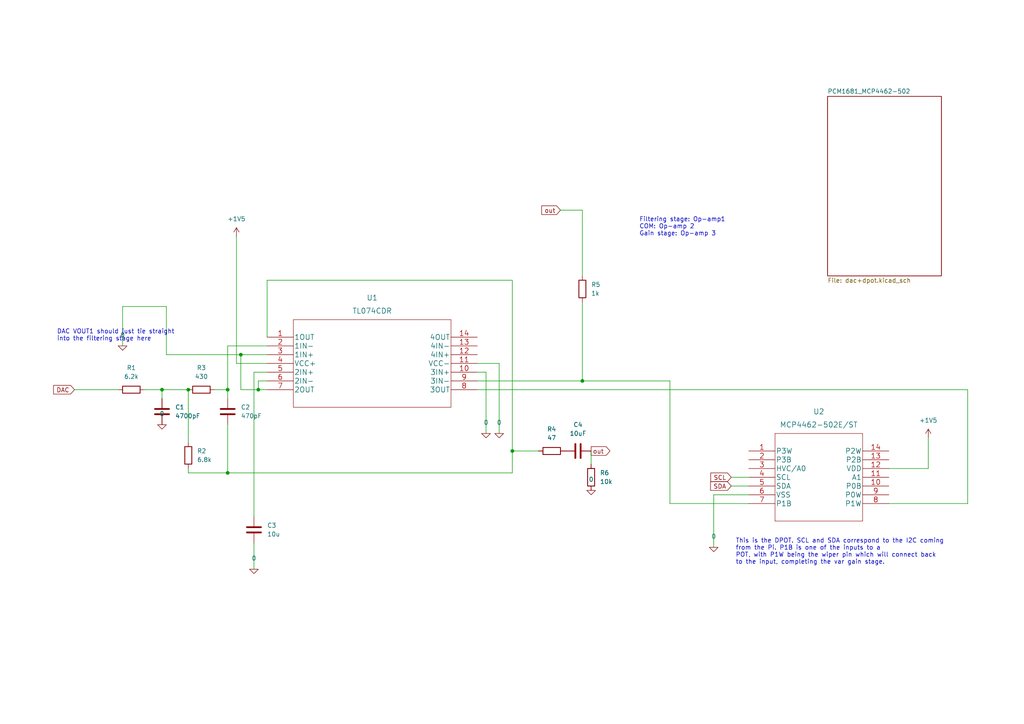
<source format=kicad_sch>
(kicad_sch (version 20211123) (generator eeschema)
  (paper "A4")
  (lib_symbols
    (symbol "2023-01-31_02-59-41:MCP4462-502E{slash}ST" (pin_names (offset 0.254))
      (property "Reference" "U" (at 20.32 10.16 0))
      (property "Value" "MCP4462-502E{slash}ST" (at 20.32 7.62 0))
      (symbol "MCP4462-502E{slash}ST_1_1"
        (polyline (pts (xy 7.62 -20.32) (xy 33.02 -20.32)) (stroke (width 0.127)))
        (polyline (pts (xy 7.62 5.08) (xy 7.62 -20.32)) (stroke (width 0.127)))
        (polyline (pts (xy 33.02 -20.32) (xy 33.02 5.08)) (stroke (width 0.127)))
        (polyline (pts (xy 33.02 5.08) (xy 7.62 5.08)) (stroke (width 0.127)))
        (pin unspecified line (at 0 0 0) (length 7.62) (name "P3W") (number "1"))
        (pin unspecified line (at 40.64 -10.16 180) (length 7.62) (name "P0B") (number "10"))
        (pin input line (at 40.64 -7.62 180) (length 7.62) (name "A1") (number "11"))
        (pin power_in line (at 40.64 -5.08 180) (length 7.62) (name "VDD") (number "12"))
        (pin unspecified line (at 40.64 -2.54 180) (length 7.62) (name "P2B") (number "13"))
        (pin unspecified line (at 40.64 0 180) (length 7.62) (name "P2W") (number "14"))
        (pin unspecified line (at 0 -2.54 0) (length 7.62) (name "P3B") (number "2"))
        (pin input line (at 0 -5.08 0) (length 7.62) (name "HVC/A0") (number "3"))
        (pin input line (at 0 -7.62 0) (length 7.62) (name "SCL") (number "4"))
        (pin input line (at 0 -10.16 0) (length 7.62) (name "SDA") (number "5"))
        (pin power_in line (at 0 -12.7 0) (length 7.62) (name "VSS") (number "6"))
        (pin unspecified line (at 0 -15.24 0) (length 7.62) (name "P1B") (number "7"))
        (pin unspecified line (at 40.64 -15.24 180) (length 7.62) (name "P1W") (number "8"))
        (pin unspecified line (at 40.64 -12.7 180) (length 7.62) (name "P0W") (number "9"))
      )
    )
    (symbol "2023-01-31_03-10-03:TL074CDR" (pin_names (offset 0.254))
      (property "Reference" "U" (at 30.48 10.16 0))
      (property "Value" "TL074CDR" (at 30.48 7.62 0))
      (symbol "TL074CDR_1_1"
        (polyline (pts (xy 7.62 -20.32) (xy 53.34 -20.32)) (stroke (width 0.127)))
        (polyline (pts (xy 7.62 5.08) (xy 7.62 -20.32)) (stroke (width 0.127)))
        (polyline (pts (xy 53.34 -20.32) (xy 53.34 5.08)) (stroke (width 0.127)))
        (polyline (pts (xy 53.34 5.08) (xy 7.62 5.08)) (stroke (width 0.127)))
        (pin output line (at 0 0 0) (length 7.62) (name "1OUT") (number "1"))
        (pin input line (at 60.96 -10.16 180) (length 7.62) (name "3IN+") (number "10"))
        (pin power_in line (at 60.96 -7.62 180) (length 7.62) (name "VCC-") (number "11"))
        (pin input line (at 60.96 -5.08 180) (length 7.62) (name "4IN+") (number "12"))
        (pin input line (at 60.96 -2.54 180) (length 7.62) (name "4IN-") (number "13"))
        (pin output line (at 60.96 0 180) (length 7.62) (name "4OUT") (number "14"))
        (pin input line (at 0 -2.54 0) (length 7.62) (name "1IN-") (number "2"))
        (pin input line (at 0 -5.08 0) (length 7.62) (name "1IN+") (number "3"))
        (pin power_in line (at 0 -7.62 0) (length 7.62) (name "VCC+") (number "4"))
        (pin input line (at 0 -10.16 0) (length 7.62) (name "2IN+") (number "5"))
        (pin input line (at 0 -12.7 0) (length 7.62) (name "2IN-") (number "6"))
        (pin output line (at 0 -15.24 0) (length 7.62) (name "2OUT") (number "7"))
        (pin output line (at 60.96 -15.24 180) (length 7.62) (name "3OUT") (number "8"))
        (pin input line (at 60.96 -12.7 180) (length 7.62) (name "3IN-") (number "9"))
      )
    )
    (symbol "Device:C" (pin_numbers hide) (pin_names (offset 0.254))
      (property "Reference" "C" (at 0.635 2.54 0))
      (property "Value" "C" (at 0.635 -2.54 0))
      (symbol "C_0_1"
        (polyline (pts (xy -2.032 -0.762) (xy 2.032 -0.762)) (stroke (width 0.508)))
        (polyline (pts (xy -2.032 0.762) (xy 2.032 0.762)) (stroke (width 0.508)))
      )
      (symbol "C_1_1"
        (pin passive line (at 0 3.81 270) (length 2.794) (name "~") (number "1"))
        (pin passive line (at 0 -3.81 90) (length 2.794) (name "~") (number "2"))
      )
    )
    (symbol "Device:R" (pin_numbers hide) (pin_names (offset 0))
      (property "Reference" "R" (at 2.032 0 90))
      (property "Value" "R" (at 0 0 90))
      (symbol "R_0_1"
        (rectangle (start -1.016 -2.54) (end 1.016 2.54) (stroke (width 0.254)))
      )
      (symbol "R_1_1"
        (pin passive line (at 0 3.81 270) (length 1.27) (name "~") (number "1"))
        (pin passive line (at 0 -3.81 90) (length 1.27) (name "~") (number "2"))
      )
    )
    (symbol "power:+1V5" (power) (pin_names (offset 0))
      (property "Value" "+1V5" (at 0 3.556 0))
      (symbol "+1V5_0_1"
        (polyline (pts (xy -0.762 1.27) (xy 0 2.54)))
        (polyline (pts (xy 0 0) (xy 0 2.54)))
        (polyline (pts (xy 0 2.54) (xy 0.762 1.27)))
      )
      (symbol "+1V5_1_1"
        (pin power_in line (at 0 0 90) (length 0) hide (name "+1V5") (number "1"))
      )
    )
    (symbol "pspice:0" (power) (pin_names (offset 0))
      (property "Value" "0" (at 0 -1.778 0))
      (symbol "0_0_1"
        (polyline (pts (xy -1.27 0) (xy 0 -1.27) (xy 1.27 0) (xy -1.27 0)))
      )
      (symbol "0_1_1"
        (pin power_in line (at 0 0 0) (length 0) hide (name "0") (number "1"))
      )
    )
  )
  (junction (at 66.04 113.03))
  (junction (at 66.04 137.16))
  (junction (at 69.85 102.87))
  (junction (at 54.61 113.03))
  (junction (at 74.93 113.03))
  (junction (at 168.91 110.49))
  (junction (at 148.59 130.81))
  (junction (at 46.99 113.03))
  (wire (pts (xy 168.91 110.49) (xy 194.31 110.49)))
  (wire (pts (xy 77.47 81.28) (xy 148.59 81.28)))
  (wire (pts (xy 21.59 113.03) (xy 34.29 113.03)))
  (wire (pts (xy 66.04 113.03) (xy 66.04 115.57)))
  (wire (pts (xy 48.26 102.87) (xy 69.85 102.87)))
  (wire (pts (xy 77.47 105.41) (xy 68.58 105.41)))
  (wire (pts (xy 74.93 113.03) (xy 77.47 113.03)))
  (wire (pts (xy 148.59 130.81) (xy 148.59 137.16)))
  (wire (pts (xy 77.47 110.49) (xy 74.93 110.49)))
  (wire (pts (xy 41.91 113.03) (xy 46.99 113.03)))
  (wire (pts (xy 217.17 143.51) (xy 207.01 143.51)))
  (wire (pts (xy 212.09 138.43) (xy 217.17 138.43)))
  (wire (pts (xy 74.93 110.49) (xy 74.93 113.03)))
  (wire (pts (xy 62.23 113.03) (xy 66.04 113.03)))
  (wire (pts (xy 162.56 60.96) (xy 168.91 60.96)))
  (wire (pts (xy 77.47 97.79) (xy 77.47 81.28)))
  (wire (pts (xy 280.67 113.03) (xy 138.43 113.03)))
  (wire (pts (xy 48.26 102.87) (xy 48.26 88.9)))
  (wire (pts (xy 194.31 110.49) (xy 194.31 146.05)))
  (wire (pts (xy 46.99 113.03) (xy 54.61 113.03)))
  (wire (pts (xy 212.09 140.97) (xy 217.17 140.97)))
  (wire (pts (xy 68.58 68.58) (xy 68.58 105.41)))
  (wire (pts (xy 168.91 87.63) (xy 168.91 110.49)))
  (wire (pts (xy 171.45 130.81) (xy 171.45 134.62)))
  (wire (pts (xy 54.61 135.89) (xy 54.61 137.16)))
  (wire (pts (xy 54.61 137.16) (xy 66.04 137.16)))
  (wire (pts (xy 138.43 110.49) (xy 168.91 110.49)))
  (wire (pts (xy 156.21 130.81) (xy 148.59 130.81)))
  (wire (pts (xy 66.04 137.16) (xy 148.59 137.16)))
  (wire (pts (xy 74.93 113.03) (xy 69.85 113.03)))
  (wire (pts (xy 73.66 157.48) (xy 73.66 165.1)))
  (wire (pts (xy 66.04 123.19) (xy 66.04 137.16)))
  (wire (pts (xy 69.85 113.03) (xy 69.85 102.87)))
  (wire (pts (xy 144.78 105.41) (xy 144.78 125.73)))
  (wire (pts (xy 168.91 60.96) (xy 168.91 80.01)))
  (wire (pts (xy 140.97 107.95) (xy 140.97 125.73)))
  (wire (pts (xy 77.47 100.33) (xy 66.04 100.33)))
  (wire (pts (xy 257.81 135.89) (xy 269.24 135.89)))
  (wire (pts (xy 207.01 143.51) (xy 207.01 158.75)))
  (wire (pts (xy 54.61 113.03) (xy 54.61 128.27)))
  (wire (pts (xy 148.59 81.28) (xy 148.59 130.81)))
  (wire (pts (xy 69.85 102.87) (xy 77.47 102.87)))
  (wire (pts (xy 138.43 105.41) (xy 144.78 105.41)))
  (wire (pts (xy 73.66 107.95) (xy 73.66 149.86)))
  (wire (pts (xy 77.47 107.95) (xy 73.66 107.95)))
  (wire (pts (xy 280.67 146.05) (xy 280.67 113.03)))
  (wire (pts (xy 257.81 146.05) (xy 280.67 146.05)))
  (wire (pts (xy 194.31 146.05) (xy 217.17 146.05)))
  (wire (pts (xy 35.56 88.9) (xy 35.56 100.33)))
  (wire (pts (xy 66.04 100.33) (xy 66.04 113.03)))
  (wire (pts (xy 46.99 113.03) (xy 46.99 115.57)))
  (wire (pts (xy 269.24 127) (xy 269.24 135.89)))
  (wire (pts (xy 138.43 107.95) (xy 140.97 107.95)))
  (wire (pts (xy 48.26 88.9) (xy 35.56 88.9)))
  (text "Filtering stage: Op-amp1\nCOM: Op-amp 2\nGain stage: Op-amp 3\n" (at 185.42 68.58 0) (effects (font (size 1.27 1.27)) (justify left bottom)))
  (text "DAC VOUT1 should just tie straight\ninto the filtering stage here\n" (at 16.51 99.06 0) (effects (font (size 1.27 1.27)) (justify left bottom)))
  (text "This is the DPOT. SCL and SDA correspond to the I2C coming\nfrom the Pi. P1B is one of the inputs to a \nPOT, with P1W being the wiper pin which will connect back\nto the input, completing the var gain stage. \n" (at 213.36 163.83 0) (effects (font (size 1.27 1.27)) (justify left bottom)))
  (global_label "SDA" (shape input) (at 212.09 140.97 180) (property "Intersheet References" "${INTERSHEET_REFS}" (effects hide)))
  (global_label "SCL" (shape input) (at 212.09 138.43 180) (property "Intersheet References" "${INTERSHEET_REFS}" (effects hide)))
  (global_label "DAC" (shape input) (at 21.59 113.03 180) (property "Intersheet References" "${INTERSHEET_REFS}" (effects hide)))
  (global_label "out" (shape input) (at 162.56 60.96 180) (property "Intersheet References" "${INTERSHEET_REFS}" (effects hide)))
  (global_label "out" (shape output) (at 171.45 130.81 0) (property "Intersheet References" "${INTERSHEET_REFS}" (effects hide)))
  (symbol (lib_id "Device:R") (at 54.61 132.08 180) (unit 1)
    (property "Reference" "R2" (at 57.15 130.8099 0) (effects (justify right)))
    (property "Value" "6.8k" (at 57.15 133.3499 0) (effects (justify right)))
    (property "Footprint" "Resistor_SMD:R_0603_1608Metric_Pad0.98x0.95mm_HandSolder" (effects hide))
    (property "Spice_Primitive" "R" (effects hide))
    (property "Spice_Model" "6.8k" (effects hide))
    (property "Spice_Netlist_Enabled" "Y" (effects hide))
  )
  (symbol (lib_id "Device:R") (at 38.1 113.03 90) (unit 1)
    (property "Reference" "R1" (at 38.1 106.68 90))
    (property "Value" "6.2k" (at 38.1 109.22 90))
    (property "Footprint" "Resistor_SMD:R_0603_1608Metric_Pad0.98x0.95mm_HandSolder" (effects hide))
    (property "Spice_Primitive" "R" (effects hide))
    (property "Spice_Model" "6.2k" (effects hide))
    (property "Spice_Netlist_Enabled" "Y" (effects hide))
  )
  (symbol (lib_id "power:+1V5") (at 68.58 68.58 0) (unit 1)
    (property "Reference" "#PWR0101" (effects hide))
    (property "Value" "+1V5" (at 68.58 63.5 0))
  )
  (symbol (lib_id "Device:R") (at 168.91 83.82 180) (unit 1)
    (property "Reference" "R5" (at 171.45 82.5499 0) (effects (justify right)))
    (property "Value" "1k" (at 171.45 85.0899 0) (effects (justify right)))
    (property "Footprint" "Resistor_SMD:R_0603_1608Metric_Pad0.98x0.95mm_HandSolder" (effects hide))
    (property "Spice_Primitive" "R" (effects hide))
    (property "Spice_Model" "47" (effects hide))
    (property "Spice_Netlist_Enabled" "Y" (effects hide))
  )
  (symbol (lib_id "pspice:0") (at 35.56 100.33 0) (unit 1)
    (property "Reference" "#GND02" (effects hide))
    (property "Value" "0" (at 35.56 97.155 0))
  )
  (symbol (lib_id "2023-01-31_02-59-41:MCP4462-502E{slash}ST") (at 217.17 130.81 0) (unit 1)
    (property "Reference" "U2" (at 237.49 119.38 0) (effects (font (size 1.524 1.524))))
    (property "Value" "MCP4462-502E/ST" (at 237.49 123.19 0) (effects (font (size 1.524 1.524))))
    (property "Footprint" "DPOT:MCP4462-502E&slash_ST" (effects hide))
  )
  (symbol (lib_id "Device:R") (at 171.45 138.43 180) (unit 1)
    (property "Reference" "R6" (at 173.99 137.1599 0) (effects (justify right)))
    (property "Value" "10k" (at 173.99 139.6999 0) (effects (justify right)))
    (property "Footprint" "Resistor_SMD:R_0603_1608Metric_Pad0.98x0.95mm_HandSolder" (effects hide))
  )
  (symbol (lib_id "pspice:0") (at 207.01 158.75 0) (unit 1)
    (property "Reference" "#GND08" (effects hide))
    (property "Value" "0" (at 207.01 155.575 0))
  )
  (symbol (lib_id "pspice:0") (at 73.66 165.1 0) (unit 1)
    (property "Reference" "#GND04" (effects hide))
    (property "Value" "0" (at 73.66 161.925 0))
  )
  (symbol (lib_id "pspice:0") (at 140.97 125.73 0) (unit 1)
    (property "Reference" "#GND05" (effects hide))
    (property "Value" "0" (at 140.97 122.555 0))
  )
  (symbol (lib_id "Device:C") (at 66.04 119.38 0) (unit 1)
    (property "Reference" "C2" (at 69.85 118.1099 0) (effects (justify left)))
    (property "Value" "470pF" (at 69.85 120.6499 0) (effects (justify left)))
    (property "Footprint" "Capacitor_SMD:C_1812_4532Metric_Pad1.57x3.40mm_HandSolder" (effects hide))
    (property "Spice_Primitive" "C" (effects hide))
    (property "Spice_Model" "470p" (effects hide))
    (property "Spice_Netlist_Enabled" "Y" (effects hide))
  )
  (symbol (lib_id "power:+1V5") (at 269.24 127 0) (unit 1)
    (property "Reference" "#PWR0102" (effects hide))
    (property "Value" "+1V5" (at 269.24 121.92 0))
  )
  (symbol (lib_id "Device:C") (at 167.64 130.81 90) (unit 1)
    (property "Reference" "C4" (at 167.64 123.19 90))
    (property "Value" "10uF" (at 167.64 125.73 90))
    (property "Footprint" "Capacitor_SMD:C_1812_4532Metric_Pad1.57x3.40mm_HandSolder" (effects hide))
    (property "Spice_Primitive" "C" (effects hide))
    (property "Spice_Model" "10u" (effects hide))
    (property "Spice_Netlist_Enabled" "Y" (effects hide))
  )
  (symbol (lib_id "Device:R") (at 160.02 130.81 90) (unit 1)
    (property "Reference" "R4" (at 160.02 124.46 90))
    (property "Value" "47" (at 160.02 127 90))
    (property "Footprint" "Resistor_SMD:R_0603_1608Metric_Pad0.98x0.95mm_HandSolder" (effects hide))
    (property "Spice_Primitive" "R" (effects hide))
    (property "Spice_Model" "47" (effects hide))
    (property "Spice_Netlist_Enabled" "Y" (effects hide))
  )
  (symbol (lib_id "Device:R") (at 58.42 113.03 90) (unit 1)
    (property "Reference" "R3" (at 58.42 106.68 90))
    (property "Value" "430" (at 58.42 109.22 90))
    (property "Footprint" "Resistor_SMD:R_0603_1608Metric_Pad0.98x0.95mm_HandSolder" (effects hide))
    (property "Spice_Primitive" "R" (effects hide))
    (property "Spice_Model" "430" (effects hide))
    (property "Spice_Netlist_Enabled" "Y" (effects hide))
  )
  (symbol (lib_id "pspice:0") (at 144.78 125.73 0) (unit 1)
    (property "Reference" "#GND06" (effects hide))
    (property "Value" "0" (at 144.78 122.555 0))
  )
  (symbol (lib_id "pspice:0") (at 171.45 142.24 0) (unit 1)
    (property "Reference" "#GND07" (effects hide))
    (property "Value" "0" (at 171.45 139.065 0))
  )
  (symbol (lib_id "Device:C") (at 73.66 153.67 180) (unit 1)
    (property "Reference" "C3" (at 77.47 152.3999 0) (effects (justify right)))
    (property "Value" "10u" (at 77.47 154.9399 0) (effects (justify right)))
    (property "Footprint" "Capacitor_SMD:C_1812_4532Metric_Pad1.57x3.40mm_HandSolder" (effects hide))
    (property "Spice_Primitive" "C" (effects hide))
    (property "Spice_Model" "10u" (effects hide))
    (property "Spice_Netlist_Enabled" "Y" (effects hide))
  )
  (symbol (lib_id "Device:C") (at 46.99 119.38 0) (unit 1)
    (property "Reference" "C1" (at 50.8 118.1099 0) (effects (justify left)))
    (property "Value" "4700pF" (at 50.8 120.6499 0) (effects (justify left)))
    (property "Footprint" "Capacitor_SMD:C_1812_4532Metric_Pad1.57x3.40mm_HandSolder" (effects hide))
    (property "Spice_Primitive" "C" (effects hide))
    (property "Spice_Model" "4700p" (effects hide))
    (property "Spice_Netlist_Enabled" "Y" (effects hide))
  )
  (symbol (lib_id "pspice:0") (at 46.99 123.19 0) (unit 1)
    (property "Reference" "#GND03" (effects hide))
    (property "Value" "0" (at 46.99 120.015 0))
  )
  (symbol (lib_id "2023-01-31_03-10-03:TL074CDR") (at 77.47 97.79 0) (unit 1)
    (property "Reference" "U1" (at 107.95 86.36 0) (effects (font (size 1.524 1.524))))
    (property "Value" "TL074CDR" (at 107.95 90.17 0) (effects (font (size 1.524 1.524))))
    (property "Footprint" "TL074CDR_OpAmp:TL074CDR" (effects hide))
  )
  (sheet (at 240.03 27.94) (size 33.02 52.07) (stroke (width 0.1524))
    (property "Sheet name" "PCM1681_MCP4462-502" (at 240.03 27.2284 0) (effects (justify left bottom)))
    (property "Sheet file" "dac+dpot.kicad_sch" (at 240.03 80.5946 0) (effects (justify left top)))
  )
)
</source>
